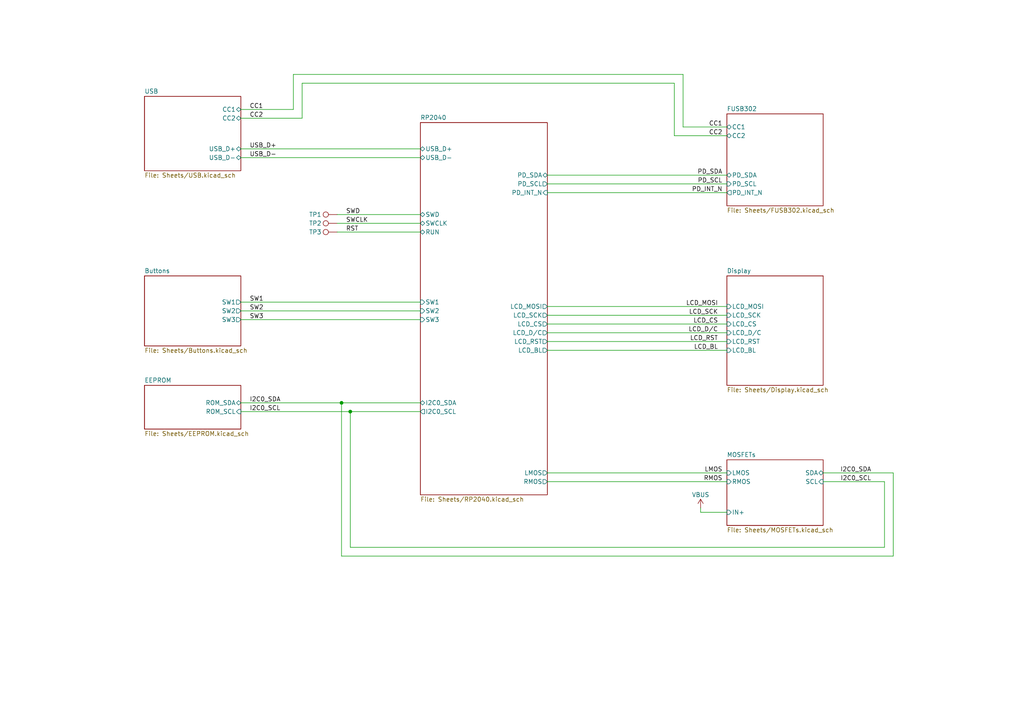
<source format=kicad_sch>
(kicad_sch (version 20230121) (generator eeschema)
  (paper "A4")
  (title_block (title "USB PD Power Distribution") (date "2023-05-09") (rev "2") (company "Cuprum77"))
  (lib_symbols
    (symbol "Connector:TestPoint" (pin_numbers hide) (pin_names (offset 0.762) hide)
      (property "Reference" "TP" (at 0 6.858 0))
      (property "Value" "TestPoint" (at 0 5.08 0))
      (symbol "TestPoint_0_1"
        (circle (center 0 3.302) (radius 0.762))
      )
      (symbol "TestPoint_1_1"
        (pin passive line (at 0 0 90) (length 2.54) (name "1") (number "1"))
      )
    )
    (symbol "VBUS_1" (power) (pin_names (offset 0))
      (property "Value" "VBUS_1" (at 0 3.81 0))
      (symbol "VBUS_1_0_1"
        (polyline (pts (xy -0.762 1.27) (xy 0 2.54)))
        (polyline (pts (xy 0 0) (xy 0 2.54)))
        (polyline (pts (xy 0 2.54) (xy 0.762 1.27)))
      )
      (symbol "VBUS_1_1_1"
        (pin power_in line (at 0 0 90) (length 0) hide (name "VBUS") (number "1"))
      )
    )
  )
  (junction (at 99.06 116.84))
  (junction (at 101.6 119.38))
  (wire (pts (xy 69.85 116.84) (xy 99.06 116.84)))
  (wire (pts (xy 69.85 45.72) (xy 121.92 45.72)))
  (wire (pts (xy 158.75 55.88) (xy 210.82 55.88)))
  (wire (pts (xy 158.75 137.16) (xy 210.82 137.16)))
  (wire (pts (xy 97.79 62.23) (xy 121.92 62.23)))
  (wire (pts (xy 238.76 139.7) (xy 256.54 139.7)))
  (wire (pts (xy 101.6 119.38) (xy 101.6 158.75)))
  (wire (pts (xy 85.09 21.59) (xy 198.12 21.59)))
  (wire (pts (xy 256.54 158.75) (xy 256.54 139.7)))
  (wire (pts (xy 158.75 139.7) (xy 210.82 139.7)))
  (wire (pts (xy 97.79 64.77) (xy 121.92 64.77)))
  (wire (pts (xy 69.85 119.38) (xy 101.6 119.38)))
  (wire (pts (xy 195.58 24.13) (xy 87.63 24.13)))
  (wire (pts (xy 238.76 137.16) (xy 259.08 137.16)))
  (wire (pts (xy 69.85 43.18) (xy 121.92 43.18)))
  (wire (pts (xy 195.58 39.37) (xy 210.82 39.37)))
  (wire (pts (xy 69.85 34.29) (xy 87.63 34.29)))
  (wire (pts (xy 158.75 88.9) (xy 210.82 88.9)))
  (wire (pts (xy 259.08 137.16) (xy 259.08 161.29)))
  (wire (pts (xy 69.85 90.17) (xy 121.92 90.17)))
  (wire (pts (xy 99.06 161.29) (xy 99.06 116.84)))
  (wire (pts (xy 99.06 116.84) (xy 121.92 116.84)))
  (wire (pts (xy 158.75 101.6) (xy 210.82 101.6)))
  (wire (pts (xy 97.79 67.31) (xy 121.92 67.31)))
  (wire (pts (xy 158.75 91.44) (xy 210.82 91.44)))
  (wire (pts (xy 198.12 36.83) (xy 210.82 36.83)))
  (wire (pts (xy 203.2 147.32) (xy 203.2 148.59)))
  (wire (pts (xy 87.63 24.13) (xy 87.63 34.29)))
  (wire (pts (xy 101.6 119.38) (xy 121.92 119.38)))
  (wire (pts (xy 259.08 161.29) (xy 99.06 161.29)))
  (wire (pts (xy 210.82 148.59) (xy 203.2 148.59)))
  (wire (pts (xy 158.75 96.52) (xy 210.82 96.52)))
  (wire (pts (xy 85.09 31.75) (xy 85.09 21.59)))
  (wire (pts (xy 69.85 92.71) (xy 121.92 92.71)))
  (wire (pts (xy 69.85 31.75) (xy 85.09 31.75)))
  (wire (pts (xy 101.6 158.75) (xy 256.54 158.75)))
  (wire (pts (xy 69.85 87.63) (xy 121.92 87.63)))
  (wire (pts (xy 198.12 21.59) (xy 198.12 36.83)))
  (wire (pts (xy 158.75 53.34) (xy 210.82 53.34)))
  (wire (pts (xy 195.58 39.37) (xy 195.58 24.13)))
  (wire (pts (xy 158.75 99.06) (xy 210.82 99.06)))
  (wire (pts (xy 158.75 50.8) (xy 210.82 50.8)))
  (wire (pts (xy 158.75 93.98) (xy 210.82 93.98)))
  (label "LCD_RST" (at 208.28 99.06 180))
  (label "PD_SCL" (at 209.55 53.34 180))
  (label "LCD_D{slash}C" (at 208.28 96.52 180))
  (label "CC1" (at 72.39 31.75 0))
  (label "SW1" (at 72.39 87.63 0))
  (label "USB_D+" (at 72.39 43.18 0))
  (label "I2C0_SCL" (at 252.73 139.7 180))
  (label "RST" (at 100.33 67.31 0))
  (label "PD_INT_N" (at 209.55 55.88 180))
  (label "CC2" (at 72.39 34.29 0))
  (label "CC2" (at 209.55 39.37 180))
  (label "SWCLK" (at 100.33 64.77 0))
  (label "LMOS" (at 209.55 137.16 180))
  (label "LCD_BL" (at 208.28 101.6 180))
  (label "LCD_MOSI" (at 208.28 88.9 180))
  (label "SWD" (at 100.33 62.23 0))
  (label "USB_D-" (at 72.39 45.72 0))
  (label "CC1" (at 209.55 36.83 180))
  (label "I2C0_SDA" (at 252.73 137.16 180))
  (label "PD_SDA" (at 209.55 50.8 180))
  (label "SW3" (at 72.39 92.71 0))
  (label "I2C0_SCL" (at 72.39 119.38 0))
  (label "RMOS" (at 209.55 139.7 180))
  (label "I2C0_SDA" (at 72.39 116.84 0))
  (label "LCD_CS" (at 208.28 93.98 180))
  (label "LCD_SCK" (at 208.28 91.44 180))
  (label "SW2" (at 72.39 90.17 0))
  (symbol (lib_id "Connector:TestPoint") (at 97.79 67.31 90) (unit 1)
    (property "Reference" "TP3" (at 91.44 67.31 90))
    (property "Value" "TestPoint" (effects hide))
  )
  (symbol (lib_name "VBUS_1") (lib_id "power:VBUS") (at 203.2 147.32 0) (unit 1)
    (property "Reference" "#PWR036" (effects hide))
    (property "Value" "VBUS" (at 203.2 143.51 0))
  )
  (symbol (lib_id "Connector:TestPoint") (at 97.79 62.23 90) (unit 1)
    (property "Reference" "TP1" (at 91.44 62.23 90))
    (property "Value" "TestPoint" (effects hide))
  )
  (symbol (lib_id "Connector:TestPoint") (at 97.79 64.77 90) (unit 1)
    (property "Reference" "TP2" (at 91.44 64.77 90))
    (property "Value" "TestPoint" (effects hide))
  )
  (sheet (at 41.91 111.76) (size 27.94 12.7) (stroke (width 0.1524))
    (property "Sheetname" "EEPROM" (at 41.91 111.0484 0) (effects (justify left bottom)))
    (property "Sheetfile" "Sheets/EEPROM.kicad_sch" (at 41.91 125.0446 0) (effects (justify left top)))
    (pin "ROM_SDA" bidirectional (at 69.85 116.84 0))
    (pin "ROM_SCL" input (at 69.85 119.38 0))
  )
  (sheet (at 210.82 33.02) (size 27.94 26.67) (stroke (width 0.1524))
    (property "Sheetname" "FUSB302" (at 210.82 32.3084 0) (effects (justify left bottom)))
    (property "Sheetfile" "Sheets/FUSB302.kicad_sch" (at 210.82 60.2746 0) (effects (justify left top)))
    (pin "PD_SDA" bidirectional (at 210.82 50.8 180))
    (pin "PD_SCL" input (at 210.82 53.34 180))
    (pin "PD_INT_N" output (at 210.82 55.88 180))
    (pin "CC2" bidirectional (at 210.82 39.37 180))
    (pin "CC1" bidirectional (at 210.82 36.83 180))
  )
  (sheet (at 41.91 80.01) (size 27.94 20.32) (stroke (width 0.1524))
    (property "Sheetname" "Buttons" (at 41.91 79.2984 0) (effects (justify left bottom)))
    (property "Sheetfile" "Sheets/Buttons.kicad_sch" (at 41.91 100.9146 0) (effects (justify left top)))
    (pin "SW3" output (at 69.85 92.71 0))
    (pin "SW2" output (at 69.85 90.17 0))
    (pin "SW1" output (at 69.85 87.63 0))
  )
  (sheet (at 210.82 133.35) (size 27.94 19.05) (stroke (width 0.1524))
    (property "Sheetname" "MOSFETs" (at 210.82 132.6384 0) (effects (justify left bottom)))
    (property "Sheetfile" "Sheets/MOSFETs.kicad_sch" (at 210.82 152.9846 0) (effects (justify left top)))
    (pin "LMOS" input (at 210.82 137.16 180))
    (pin "RMOS" input (at 210.82 139.7 180))
    (pin "SDA" bidirectional (at 238.76 137.16 0))
    (pin "SCL" input (at 238.76 139.7 0))
    (pin "IN+" input (at 210.82 148.59 180))
  )
  (sheet (at 41.91 27.94) (size 27.94 21.59) (stroke (width 0.1524))
    (property "Sheetname" "USB" (at 41.91 27.2284 0) (effects (justify left bottom)))
    (property "Sheetfile" "Sheets/USB.kicad_sch" (at 41.91 50.1146 0) (effects (justify left top)))
    (pin "USB_D-" bidirectional (at 69.85 45.72 0))
    (pin "USB_D+" bidirectional (at 69.85 43.18 0))
    (pin "CC2" bidirectional (at 69.85 34.29 0))
    (pin "CC1" bidirectional (at 69.85 31.75 0))
  )
  (sheet (at 210.82 80.01) (size 27.94 31.75) (stroke (width 0.1524))
    (property "Sheetname" "Display" (at 210.82 79.2984 0) (effects (justify left bottom)))
    (property "Sheetfile" "Sheets/Display.kicad_sch" (at 210.82 112.3446 0) (effects (justify left top)))
    (pin "LCD_BL" input (at 210.82 101.6 180))
    (pin "LCD_RST" input (at 210.82 99.06 180))
    (pin "LCD_MOSI" input (at 210.82 88.9 180))
    (pin "LCD_SCK" input (at 210.82 91.44 180))
    (pin "LCD_CS" input (at 210.82 93.98 180))
    (pin "LCD_D{slash}C" input (at 210.82 96.52 180))
  )
  (sheet (at 121.92 35.56) (size 36.83 107.95) (stroke (width 0.1524))
    (property "Sheetname" "RP2040" (at 121.92 34.8484 0) (effects (justify left bottom)))
    (property "Sheetfile" "Sheets/RP2040.kicad_sch" (at 121.92 144.0946 0) (effects (justify left top)))
    (pin "I2C0_SDA" bidirectional (at 121.92 116.84 180))
    (pin "PD_SDA" bidirectional (at 158.75 50.8 0))
    (pin "I2C0_SCL" output (at 121.92 119.38 180))
    (pin "PD_SCL" output (at 158.75 53.34 0))
    (pin "PD_INT_N" input (at 158.75 55.88 0))
    (pin "SW1" input (at 121.92 87.63 180))
    (pin "SW2" input (at 121.92 90.17 180))
    (pin "SW3" input (at 121.92 92.71 180))
    (pin "USB_D-" bidirectional (at 121.92 45.72 180))
    (pin "USB_D+" bidirectional (at 121.92 43.18 180))
    (pin "SWD" bidirectional (at 121.92 62.23 180))
    (pin "SWCLK" bidirectional (at 121.92 64.77 180))
    (pin "LCD_MOSI" output (at 158.75 88.9 0))
    (pin "LCD_SCK" output (at 158.75 91.44 0))
    (pin "LCD_CS" output (at 158.75 93.98 0))
    (pin "LCD_D{slash}C" output (at 158.75 96.52 0))
    (pin "LCD_RST" output (at 158.75 99.06 0))
    (pin "LCD_BL" output (at 158.75 101.6 0))
    (pin "LMOS" output (at 158.75 137.16 0))
    (pin "RMOS" output (at 158.75 139.7 0))
    (pin "RUN" bidirectional (at 121.92 67.31 180))
  )
)
</source>
